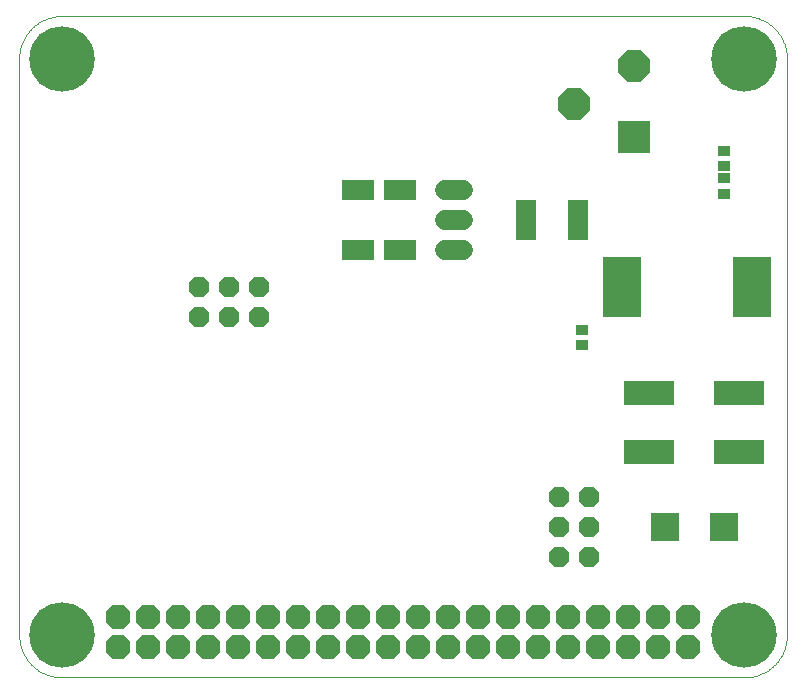
<source format=gts>
G75*
%MOIN*%
%OFA0B0*%
%FSLAX25Y25*%
%IPPOS*%
%LPD*%
%AMOC8*
5,1,8,0,0,1.08239X$1,22.5*
%
%ADD10C,0.00000*%
%ADD11C,0.21800*%
%ADD12R,0.06902X0.13792*%
%ADD13C,0.06800*%
%ADD14R,0.11036X0.07099*%
%ADD15R,0.16548X0.07887*%
%ADD16R,0.12611X0.20485*%
%ADD17R,0.04343X0.03556*%
%ADD18OC8,0.06800*%
%ADD19R,0.09400X0.09400*%
%ADD20R,0.10800X0.10800*%
%ADD21OC8,0.10800*%
%ADD22OC8,0.08200*%
D10*
X0016773Y0004109D02*
X0244332Y0004109D01*
X0244674Y0004113D01*
X0245017Y0004126D01*
X0245359Y0004146D01*
X0245700Y0004175D01*
X0246040Y0004212D01*
X0246380Y0004258D01*
X0246718Y0004311D01*
X0247055Y0004373D01*
X0247390Y0004443D01*
X0247724Y0004521D01*
X0248055Y0004607D01*
X0248385Y0004701D01*
X0248712Y0004803D01*
X0249036Y0004912D01*
X0249358Y0005030D01*
X0249677Y0005155D01*
X0249992Y0005288D01*
X0250305Y0005429D01*
X0250613Y0005577D01*
X0250919Y0005732D01*
X0251220Y0005895D01*
X0251517Y0006065D01*
X0251810Y0006242D01*
X0252099Y0006427D01*
X0252383Y0006618D01*
X0252663Y0006816D01*
X0252937Y0007020D01*
X0253207Y0007232D01*
X0253471Y0007449D01*
X0253730Y0007673D01*
X0253984Y0007904D01*
X0254232Y0008140D01*
X0254474Y0008382D01*
X0254710Y0008630D01*
X0254941Y0008884D01*
X0255165Y0009143D01*
X0255382Y0009407D01*
X0255594Y0009677D01*
X0255798Y0009951D01*
X0255996Y0010231D01*
X0256187Y0010515D01*
X0256372Y0010804D01*
X0256549Y0011097D01*
X0256719Y0011394D01*
X0256882Y0011695D01*
X0257037Y0012001D01*
X0257185Y0012309D01*
X0257326Y0012622D01*
X0257459Y0012937D01*
X0257584Y0013256D01*
X0257702Y0013578D01*
X0257811Y0013902D01*
X0257913Y0014229D01*
X0258007Y0014559D01*
X0258093Y0014890D01*
X0258171Y0015224D01*
X0258241Y0015559D01*
X0258303Y0015896D01*
X0258356Y0016234D01*
X0258402Y0016574D01*
X0258439Y0016914D01*
X0258468Y0017255D01*
X0258488Y0017597D01*
X0258501Y0017940D01*
X0258505Y0018282D01*
X0258506Y0018282D02*
X0258506Y0210408D01*
X0258505Y0210408D02*
X0258501Y0210750D01*
X0258488Y0211093D01*
X0258468Y0211435D01*
X0258439Y0211776D01*
X0258402Y0212116D01*
X0258356Y0212456D01*
X0258303Y0212794D01*
X0258241Y0213131D01*
X0258171Y0213466D01*
X0258093Y0213800D01*
X0258007Y0214131D01*
X0257913Y0214461D01*
X0257811Y0214788D01*
X0257702Y0215112D01*
X0257584Y0215434D01*
X0257459Y0215753D01*
X0257326Y0216068D01*
X0257185Y0216381D01*
X0257037Y0216689D01*
X0256882Y0216995D01*
X0256719Y0217296D01*
X0256549Y0217593D01*
X0256372Y0217886D01*
X0256187Y0218175D01*
X0255996Y0218459D01*
X0255798Y0218739D01*
X0255594Y0219013D01*
X0255382Y0219283D01*
X0255165Y0219547D01*
X0254941Y0219806D01*
X0254710Y0220060D01*
X0254474Y0220308D01*
X0254232Y0220550D01*
X0253984Y0220786D01*
X0253730Y0221017D01*
X0253471Y0221241D01*
X0253207Y0221458D01*
X0252937Y0221670D01*
X0252663Y0221874D01*
X0252383Y0222072D01*
X0252099Y0222263D01*
X0251810Y0222448D01*
X0251517Y0222625D01*
X0251220Y0222795D01*
X0250919Y0222958D01*
X0250613Y0223113D01*
X0250305Y0223261D01*
X0249992Y0223402D01*
X0249677Y0223535D01*
X0249358Y0223660D01*
X0249036Y0223778D01*
X0248712Y0223887D01*
X0248385Y0223989D01*
X0248055Y0224083D01*
X0247724Y0224169D01*
X0247390Y0224247D01*
X0247055Y0224317D01*
X0246718Y0224379D01*
X0246380Y0224432D01*
X0246040Y0224478D01*
X0245700Y0224515D01*
X0245359Y0224544D01*
X0245017Y0224564D01*
X0244674Y0224577D01*
X0244332Y0224581D01*
X0016773Y0224581D01*
X0016431Y0224577D01*
X0016088Y0224564D01*
X0015746Y0224544D01*
X0015405Y0224515D01*
X0015065Y0224478D01*
X0014725Y0224432D01*
X0014387Y0224379D01*
X0014050Y0224317D01*
X0013715Y0224247D01*
X0013381Y0224169D01*
X0013050Y0224083D01*
X0012720Y0223989D01*
X0012393Y0223887D01*
X0012069Y0223778D01*
X0011747Y0223660D01*
X0011428Y0223535D01*
X0011113Y0223402D01*
X0010800Y0223261D01*
X0010492Y0223113D01*
X0010186Y0222958D01*
X0009885Y0222795D01*
X0009588Y0222625D01*
X0009295Y0222448D01*
X0009006Y0222263D01*
X0008722Y0222072D01*
X0008442Y0221874D01*
X0008168Y0221670D01*
X0007898Y0221458D01*
X0007634Y0221241D01*
X0007375Y0221017D01*
X0007121Y0220786D01*
X0006873Y0220550D01*
X0006631Y0220308D01*
X0006395Y0220060D01*
X0006164Y0219806D01*
X0005940Y0219547D01*
X0005723Y0219283D01*
X0005511Y0219013D01*
X0005307Y0218739D01*
X0005109Y0218459D01*
X0004918Y0218175D01*
X0004733Y0217886D01*
X0004556Y0217593D01*
X0004386Y0217296D01*
X0004223Y0216995D01*
X0004068Y0216689D01*
X0003920Y0216381D01*
X0003779Y0216068D01*
X0003646Y0215753D01*
X0003521Y0215434D01*
X0003403Y0215112D01*
X0003294Y0214788D01*
X0003192Y0214461D01*
X0003098Y0214131D01*
X0003012Y0213800D01*
X0002934Y0213466D01*
X0002864Y0213131D01*
X0002802Y0212794D01*
X0002749Y0212456D01*
X0002703Y0212116D01*
X0002666Y0211776D01*
X0002637Y0211435D01*
X0002617Y0211093D01*
X0002604Y0210750D01*
X0002600Y0210408D01*
X0002600Y0018282D01*
X0002604Y0017940D01*
X0002617Y0017597D01*
X0002637Y0017255D01*
X0002666Y0016914D01*
X0002703Y0016574D01*
X0002749Y0016234D01*
X0002802Y0015896D01*
X0002864Y0015559D01*
X0002934Y0015224D01*
X0003012Y0014890D01*
X0003098Y0014559D01*
X0003192Y0014229D01*
X0003294Y0013902D01*
X0003403Y0013578D01*
X0003521Y0013256D01*
X0003646Y0012937D01*
X0003779Y0012622D01*
X0003920Y0012309D01*
X0004068Y0012001D01*
X0004223Y0011695D01*
X0004386Y0011394D01*
X0004556Y0011097D01*
X0004733Y0010804D01*
X0004918Y0010515D01*
X0005109Y0010231D01*
X0005307Y0009951D01*
X0005511Y0009677D01*
X0005723Y0009407D01*
X0005940Y0009143D01*
X0006164Y0008884D01*
X0006395Y0008630D01*
X0006631Y0008382D01*
X0006873Y0008140D01*
X0007121Y0007904D01*
X0007375Y0007673D01*
X0007634Y0007449D01*
X0007898Y0007232D01*
X0008168Y0007020D01*
X0008442Y0006816D01*
X0008722Y0006618D01*
X0009006Y0006427D01*
X0009295Y0006242D01*
X0009588Y0006065D01*
X0009885Y0005895D01*
X0010186Y0005732D01*
X0010492Y0005577D01*
X0010800Y0005429D01*
X0011113Y0005288D01*
X0011428Y0005155D01*
X0011747Y0005030D01*
X0012069Y0004912D01*
X0012393Y0004803D01*
X0012720Y0004701D01*
X0013050Y0004607D01*
X0013381Y0004521D01*
X0013715Y0004443D01*
X0014050Y0004373D01*
X0014387Y0004311D01*
X0014725Y0004258D01*
X0015065Y0004212D01*
X0015405Y0004175D01*
X0015746Y0004146D01*
X0016088Y0004126D01*
X0016431Y0004113D01*
X0016773Y0004109D01*
D11*
X0016773Y0018282D03*
X0016773Y0210408D03*
X0244332Y0210408D03*
X0244332Y0018282D03*
D12*
X0188702Y0156609D03*
X0171498Y0156609D03*
D13*
X0150600Y0156609D02*
X0144600Y0156609D01*
X0144600Y0166609D02*
X0150600Y0166609D01*
X0150600Y0146609D02*
X0144600Y0146609D01*
D14*
X0129687Y0146609D03*
X0115513Y0146609D03*
X0115513Y0166609D03*
X0129687Y0166609D03*
D15*
X0212600Y0098951D03*
X0212600Y0079266D03*
X0242600Y0079266D03*
X0242600Y0098951D03*
D16*
X0246754Y0134109D03*
X0203446Y0134109D03*
D17*
X0190100Y0120093D03*
X0190100Y0114975D03*
X0237600Y0165369D03*
X0237600Y0170487D03*
X0237600Y0174581D03*
X0237600Y0179699D03*
D18*
X0192600Y0064109D03*
X0182600Y0064109D03*
X0182600Y0054109D03*
X0192600Y0054109D03*
X0192600Y0044109D03*
X0182600Y0044109D03*
X0082600Y0124109D03*
X0072600Y0124109D03*
X0062600Y0124109D03*
X0062600Y0134109D03*
X0072600Y0134109D03*
X0082600Y0134109D03*
D19*
X0217915Y0054109D03*
X0237600Y0054109D03*
D20*
X0207600Y0184109D03*
D21*
X0187600Y0195359D03*
X0207600Y0207859D03*
D22*
X0205541Y0024117D03*
X0215541Y0024117D03*
X0225541Y0024117D03*
X0225541Y0014117D03*
X0215541Y0014117D03*
X0205541Y0014117D03*
X0195541Y0014117D03*
X0185541Y0014117D03*
X0175541Y0014117D03*
X0165541Y0014117D03*
X0155541Y0014117D03*
X0145541Y0014117D03*
X0135541Y0014117D03*
X0125541Y0014117D03*
X0115541Y0014117D03*
X0105541Y0014117D03*
X0095541Y0014117D03*
X0085541Y0014117D03*
X0075541Y0014117D03*
X0065541Y0014117D03*
X0055541Y0014117D03*
X0045541Y0014117D03*
X0035541Y0014117D03*
X0035541Y0024117D03*
X0045541Y0024117D03*
X0055541Y0024117D03*
X0065541Y0024117D03*
X0075541Y0024117D03*
X0085541Y0024117D03*
X0095541Y0024117D03*
X0105541Y0024117D03*
X0115541Y0024117D03*
X0125541Y0024117D03*
X0135541Y0024117D03*
X0145541Y0024117D03*
X0155541Y0024117D03*
X0165541Y0024117D03*
X0175541Y0024117D03*
X0185541Y0024117D03*
X0195541Y0024117D03*
M02*

</source>
